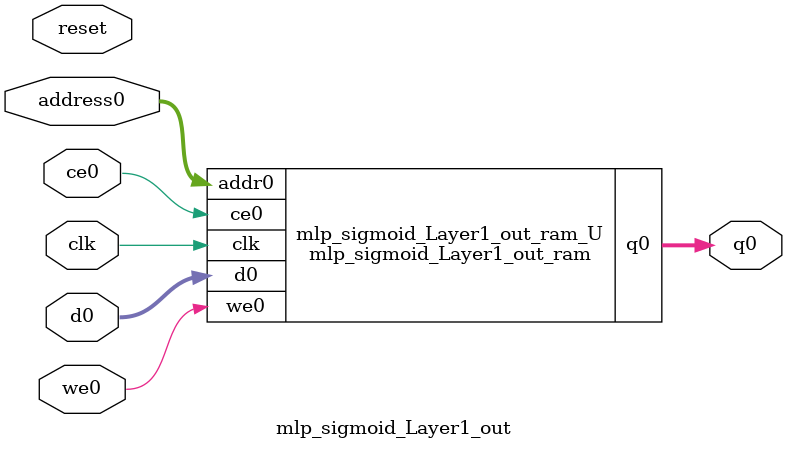
<source format=v>
`timescale 1 ns / 1 ps
module mlp_sigmoid_Layer1_out_ram (addr0, ce0, d0, we0, q0,  clk);

parameter DWIDTH = 32;
parameter AWIDTH = 9;
parameter MEM_SIZE = 257;

input[AWIDTH-1:0] addr0;
input ce0;
input[DWIDTH-1:0] d0;
input we0;
output reg[DWIDTH-1:0] q0;
input clk;

reg [DWIDTH-1:0] ram[0:MEM_SIZE-1];




always @(posedge clk)  
begin 
    if (ce0) begin
        if (we0) 
            ram[addr0] <= d0; 
        q0 <= ram[addr0];
    end
end


endmodule

`timescale 1 ns / 1 ps
module mlp_sigmoid_Layer1_out(
    reset,
    clk,
    address0,
    ce0,
    we0,
    d0,
    q0);

parameter DataWidth = 32'd32;
parameter AddressRange = 32'd257;
parameter AddressWidth = 32'd9;
input reset;
input clk;
input[AddressWidth - 1:0] address0;
input ce0;
input we0;
input[DataWidth - 1:0] d0;
output[DataWidth - 1:0] q0;



mlp_sigmoid_Layer1_out_ram mlp_sigmoid_Layer1_out_ram_U(
    .clk( clk ),
    .addr0( address0 ),
    .ce0( ce0 ),
    .we0( we0 ),
    .d0( d0 ),
    .q0( q0 ));

endmodule


</source>
